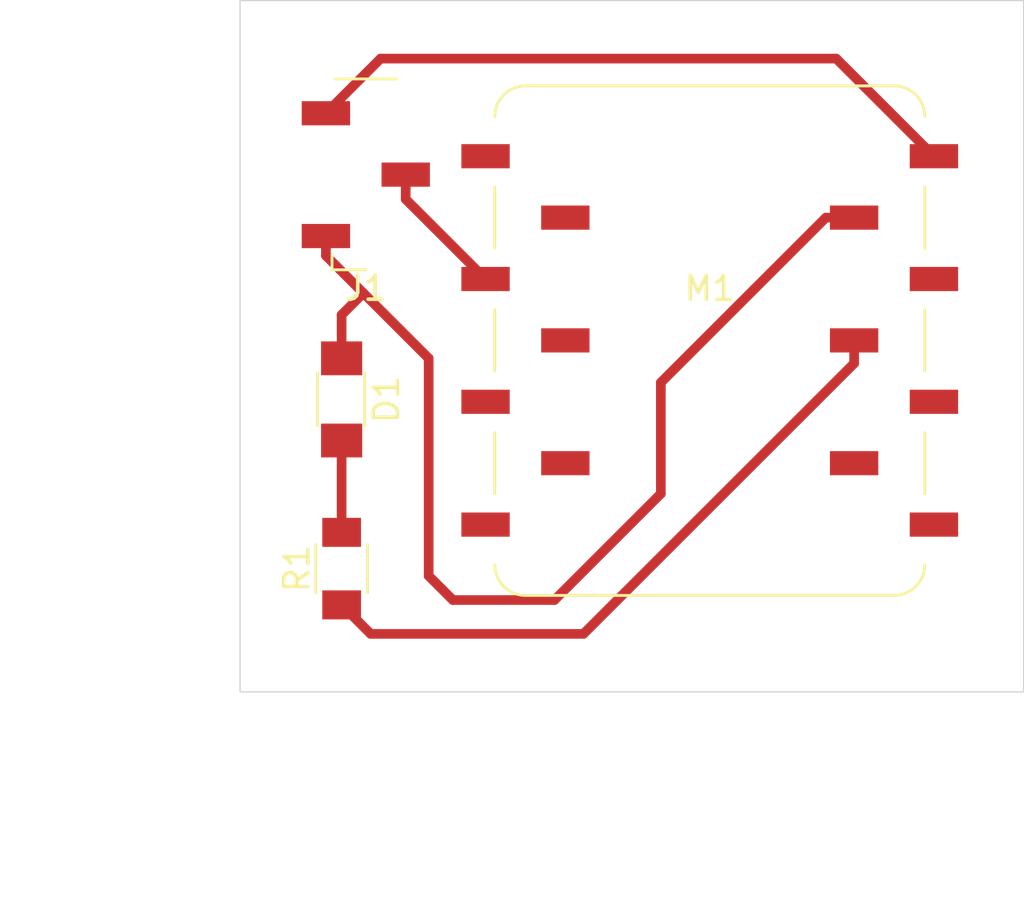
<source format=kicad_pcb>
(kicad_pcb (version 20241229) (generator "pcbnew") (generator_version "9.0")
  (layers (0 "F.Cu" signal) (2 "B.Cu" signal) (13 "F.Paste" user) (15 "B.Paste" user) (5 "F.SilkS" user "F.Silkscreen") (7 "B.SilkS" user "B.Silkscreen") (1 "F.Mask" user) (3 "B.Mask" user) (25 "Edge.Cuts" user))
  (net 0 "")
  (net 1 "Net-(D1-A)")
  (net 2 "Net-(D1-K)")
  (net 3 "Net-(M1-5V)")
  (net 4 "Net-(J1-Pin_2)")
  (net 8 "Net-(M1-D10)")
  (footprint "PCM_fab:PinSocket_01x03_P2.54mm_Vertical_SMD" (layer "F.Cu") (at 127.6 72.4 180)
    (property "Reference" "J1" (at 0 -4.699 0) (layer "F.SilkS"))
    (property "Value" "PinSocket_01x03_P2.54mm_Vertical_SMD")
    (fp_line (start 1.397 -3.302) (end 1.397 -3.937) (stroke (width 0.12)) (layer "F.SilkS"))
    (fp_line (start 1.397 -3.937) (end 0 -3.937) (stroke (width 0.12)) (layer "F.SilkS"))
    (fp_line (start -1.27 3.96) (end 1.27 3.96) (stroke (width 0.12)) (layer "F.SilkS"))
    (pad "1" smd rect (at 1.65 -2.54 180) (size 2 1) (layers "F.Cu" "F.Mask" "F.Paste") (net 2 "Net-(D1-K)"))
    (pad "2" smd rect (at -1.65 0 180) (size 2 1) (layers "F.Cu" "F.Mask" "F.Paste") (net 4 "Net-(J1-Pin_2)"))
    (pad "3" smd rect (at 1.65 2.54 180) (size 2 1) (layers "F.Cu" "F.Mask" "F.Paste") (net 3 "Net-(M1-5V)"))
  )
  (footprint "PCM_fab:R_1206" (layer "F.Cu") (at 126.6 88.7 90)
    (property "Reference" "R1" (at 0 -1.85 90) (layer "F.SilkS"))
    (property "Value" "R_1206")
    (fp_line (start -1 -1.07) (end 1 -1.07) (stroke (width 0.12)) (layer "F.SilkS"))
    (fp_line (start 1 1.07) (end -1 1.07) (stroke (width 0.12)) (layer "F.SilkS"))
    (pad "1" smd rect (at -1.5 0 90) (size 1.2 1.6) (layers "F.Cu" "F.Mask" "F.Paste") (net 8 "Net-(M1-D10)"))
    (pad "2" smd rect (at 1.5 0 90) (size 1.2 1.6) (layers "F.Cu" "F.Mask" "F.Paste") (net 1 "Net-(D1-A)"))
  )
  (footprint "PCM_fab:LED_1206" (layer "F.Cu") (at 126.6 81.7 -90)
    (property "Reference" "D1" (at 0 -1.85 90) (layer "F.SilkS"))
    (property "Value" "LED_1206")
    (fp_line (start -1.1 1) (end 1.1 1) (stroke (width 0.12)) (layer "F.SilkS"))
    (fp_line (start -1.1 -0.95) (end 1.1 -0.95) (stroke (width 0.12)) (layer "F.SilkS"))
    (pad "1" smd rect (at -1.7 0 270) (size 1.4 1.7) (layers "F.Cu" "F.Mask" "F.Paste") (net 2 "Net-(D1-K)"))
    (pad "2" smd rect (at 1.7 0 270) (size 1.4 1.7) (layers "F.Cu" "F.Mask" "F.Paste") (net 1 "Net-(D1-A)"))
  )
  (footprint "PCM_fab:Module_XIAO_Generic_SocketSMD" (layer "F.Cu") (at 141.821 79.258)
    (property "Reference" "M1" (at 0.0025 -2.149 0) (layer "F.SilkS"))
    (property "Value" "Module_XIAO_Generic_SocketSMD")
    (fp_line (start -8.89 -6.35) (end -8.89 -3.81) (stroke (width 0.12)) (layer "F.SilkS"))
    (fp_line (start -8.89 -1.27) (end -8.89 1.27) (stroke (width 0.12)) (layer "F.SilkS"))
    (fp_line (start -8.89 3.81) (end -8.89 6.35) (stroke (width 0.12)) (layer "F.SilkS"))
    (fp_line (start -7.6175 -10.531) (end 7.6225 -10.531) (stroke (width 0.12)) (layer "F.SilkS"))
    (fp_line (start 7.6225 10.551) (end -7.6175 10.551) (stroke (width 0.12)) (layer "F.SilkS"))
    (fp_line (start 8.89 -6.35) (end 8.89 -3.81) (stroke (width 0.12)) (layer "F.SilkS"))
    (fp_line (start 8.89 -1.27) (end 8.89 1.27) (stroke (width 0.12)) (layer "F.SilkS"))
    (fp_line (start 8.89 3.81) (end 8.89 6.35) (stroke (width 0.12)) (layer "F.SilkS"))
    (fp_arc (start -8.8875 -9.261) (mid -8.515526 -10.159026) (end -7.6175 -10.531) (stroke (width 0.12)) (layer "F.SilkS"))
    (fp_arc (start -7.6175 10.551) (mid -8.515526 10.179026) (end -8.8875 9.281) (stroke (width 0.12)) (layer "F.SilkS"))
    (fp_arc (start 7.6225 -10.531) (mid 8.520526 -10.159026) (end 8.8925 -9.261) (stroke (width 0.12)) (layer "F.SilkS"))
    (fp_arc (start 8.8925 9.281) (mid 8.520526 10.179026) (end 7.6225 10.551) (stroke (width 0.12)) (layer "F.SilkS"))
    (pad "1" smd rect (at -9.27 -7.62) (size 2 1) (layers "F.Cu" "F.Mask" "F.Paste"))
    (pad "2" smd rect (at -5.97 -5.08) (size 2 1) (layers "F.Cu" "F.Mask" "F.Paste"))
    (pad "3" smd rect (at -9.27 -2.54) (size 2 1) (layers "F.Cu" "F.Mask" "F.Paste") (net 4 "Net-(J1-Pin_2)"))
    (pad "4" smd rect (at -5.97 0) (size 2 1) (layers "F.Cu" "F.Mask" "F.Paste"))
    (pad "5" smd rect (at -9.27 2.54) (size 2 1) (layers "F.Cu" "F.Mask" "F.Paste"))
    (pad "6" smd rect (at -5.97 5.08) (size 2 1) (layers "F.Cu" "F.Mask" "F.Paste"))
    (pad "7" smd rect (at -9.27 7.62) (size 2 1) (layers "F.Cu" "F.Mask" "F.Paste"))
    (pad "8" smd rect (at 9.27 7.62) (size 2 1) (layers "F.Cu" "F.Mask" "F.Paste"))
    (pad "9" smd rect (at 5.97 5.08) (size 2 1) (layers "F.Cu" "F.Mask" "F.Paste"))
    (pad "10" smd rect (at 9.27 2.54) (size 2 1) (layers "F.Cu" "F.Mask" "F.Paste"))
    (pad "11" smd rect (at 5.97 0) (size 2 1) (layers "F.Cu" "F.Mask" "F.Paste") (net 8 "Net-(M1-D10)"))
    (pad "12" smd rect (at 9.27 -2.54) (size 2 1) (layers "F.Cu" "F.Mask" "F.Paste"))
    (pad "13" smd rect (at 5.97 -5.08) (size 2 1) (layers "F.Cu" "F.Mask" "F.Paste") (net 2 "Net-(D1-K)"))
    (pad "14" smd rect (at 9.27 -7.62) (size 2 1) (layers "F.Cu" "F.Mask" "F.Paste") (net 3 "Net-(M1-5V)"))
  )
  (gr_rect (start 122.4 65.2) (end 154.8 93.8) (stroke (width 0.05)) (fill no) (layer "Edge.Cuts"))
  (segment (start 126.6 87.2) (end 126.6 83.4) (width 0.4) (layer "F.Cu") (net 1))
  (segment (start 126.6 80) (end 126.6 78.2) (width 0.4) (layer "F.Cu") (net 2))
  (segment (start 146.622 74.178) (end 139.8 81) (width 0.4) (layer "F.Cu") (net 2))
  (segment (start 139.8 85.6) (end 135.4 90) (width 0.4) (layer "F.Cu") (net 2))
  (segment (start 130.2 80) (end 127.5 77.3) (width 0.4) (layer "F.Cu") (net 2))
  (segment (start 127.5 77.3) (end 125.95 75.75) (width 0.4) (layer "F.Cu") (net 2))
  (segment (start 147.791 74.178) (end 146.622 74.178) (width 0.4) (layer "F.Cu") (net 2))
  (segment (start 131.2 90) (end 130.2 89) (width 0.4) (layer "F.Cu") (net 2))
  (segment (start 130.2 89) (end 130.2 80) (width 0.4) (layer "F.Cu") (net 2))
  (segment (start 126.6 78.2) (end 127.5 77.3) (width 0.4) (layer "F.Cu") (net 2))
  (segment (start 139.8 81) (end 139.8 85.6) (width 0.4) (layer "F.Cu") (net 2))
  (segment (start 125.95 75.75) (end 125.95 74.94) (width 0.4) (layer "F.Cu") (net 2))
  (segment (start 135.4 90) (end 131.2 90) (width 0.4) (layer "F.Cu") (net 2))
  (segment (start 125.95 69.86) (end 128.21 67.6) (width 0.4) (layer "F.Cu") (net 3))
  (segment (start 128.21 67.6) (end 147.053 67.6) (width 0.4) (layer "F.Cu") (net 3))
  (segment (start 147.053 67.6) (end 151.091 71.638) (width 0.4) (layer "F.Cu") (net 3))
  (segment (start 129.25 72.4) (end 129.25 73.417) (width 0.4) (layer "F.Cu") (net 4))
  (segment (start 129.25 73.417) (end 132.551 76.718) (width 0.4) (layer "F.Cu") (net 4))
  (segment (start 127.8 91.4) (end 136.6 91.4) (width 0.4) (layer "F.Cu") (net 8))
  (segment (start 147.791 80.209) (end 147.791 79.258) (width 0.4) (layer "F.Cu") (net 8))
  (segment (start 136.6 91.4) (end 147.791 80.209) (width 0.4) (layer "F.Cu") (net 8))
  (segment (start 126.6 90.2) (end 127.8 91.4) (width 0.4) (layer "F.Cu") (net 8))
)
</source>
